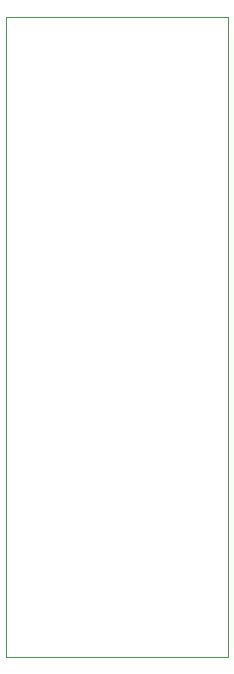
<source format=gbr>
%TF.GenerationSoftware,KiCad,Pcbnew,(6.0.1)*%
%TF.CreationDate,2022-07-30T21:00:21-07:00*%
%TF.ProjectId,M27C322-to-KM23C32000AG-adapter,4d323743-3332-4322-9d74-6f2d4b4d3233,rev?*%
%TF.SameCoordinates,Original*%
%TF.FileFunction,Profile,NP*%
%FSLAX46Y46*%
G04 Gerber Fmt 4.6, Leading zero omitted, Abs format (unit mm)*
G04 Created by KiCad (PCBNEW (6.0.1)) date 2022-07-30 21:00:21*
%MOMM*%
%LPD*%
G01*
G04 APERTURE LIST*
%TA.AperFunction,Profile*%
%ADD10C,0.100000*%
%TD*%
G04 APERTURE END LIST*
D10*
X135090000Y-53754000D02*
X153890000Y-53754000D01*
X153890000Y-53754000D02*
X153890000Y-108012000D01*
X153890000Y-108012000D02*
X135090000Y-108012000D01*
X135090000Y-108012000D02*
X135090000Y-53754000D01*
M02*

</source>
